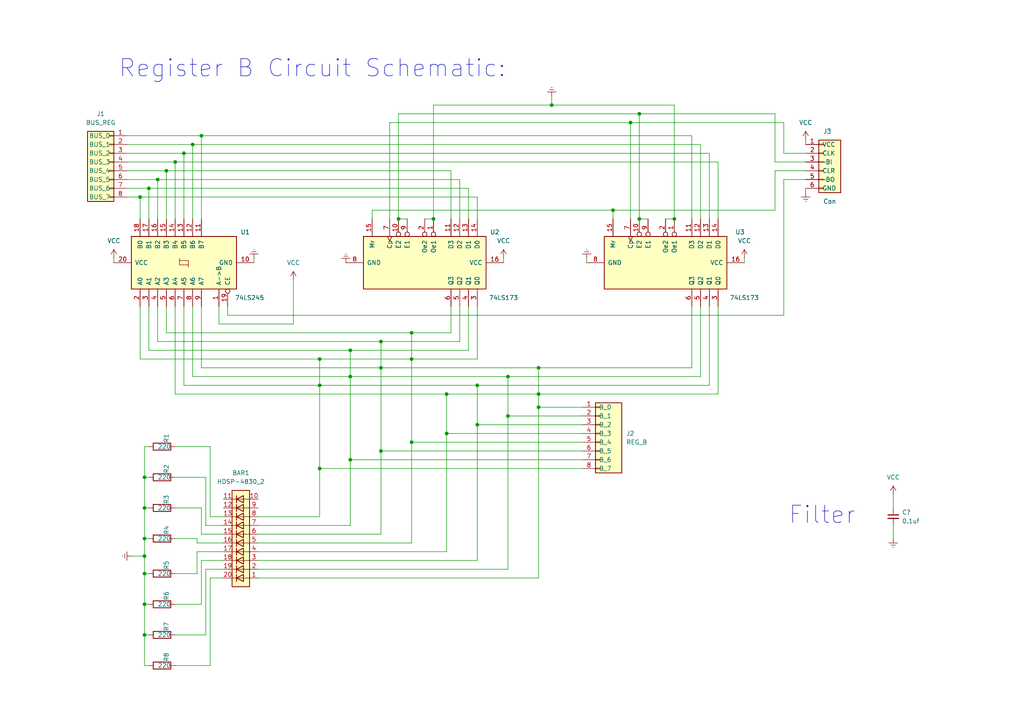
<source format=kicad_sch>
(kicad_sch (version 20211123) (generator eeschema)
  (paper "A4")
  (lib_symbols
    (symbol "74xx:74LS173" (pin_names (offset 1.016))
      (property "Reference" "U" (at -7.62 19.05 0))
      (property "Value" "74LS173" (at -7.62 -19.05 0))
      (symbol "74LS173_1_0"
        (pin input inverted (at -12.7 2.54 0) (length 5.08) (name "Oe1") (number "1"))
        (pin input inverted (at -12.7 -7.62 0) (length 5.08) (name "E2") (number "10"))
        (pin input line (at -12.7 7.62 0) (length 5.08) (name "D3") (number "11"))
        (pin input line (at -12.7 10.16 0) (length 5.08) (name "D2") (number "12"))
        (pin input line (at -12.7 12.7 0) (length 5.08) (name "D1") (number "13"))
        (pin input line (at -12.7 15.24 0) (length 5.08) (name "D0") (number "14"))
        (pin input line (at -12.7 -15.24 0) (length 5.08) (name "Mr") (number "15"))
        (pin power_in line (at 0 22.86 270) (length 5.08) (name "VCC") (number "16"))
        (pin input inverted (at -12.7 0 0) (length 5.08) (name "Oe2") (number "2"))
        (pin tri_state line (at 12.7 15.24 180) (length 5.08) (name "Q0") (number "3"))
        (pin tri_state line (at 12.7 12.7 180) (length 5.08) (name "Q1") (number "4"))
        (pin tri_state line (at 12.7 10.16 180) (length 5.08) (name "Q2") (number "5"))
        (pin tri_state line (at 12.7 7.62 180) (length 5.08) (name "Q3") (number "6"))
        (pin input clock (at -12.7 -10.16 0) (length 5.08) (name "Cp") (number "7"))
        (pin power_in line (at 0 -22.86 90) (length 5.08) (name "GND") (number "8"))
        (pin input inverted (at -12.7 -5.08 0) (length 5.08) (name "E1") (number "9"))
      )
      (symbol "74LS173_1_1"
        (rectangle (start -7.62 17.78) (end 7.62 -17.78) (stroke (width 0.254)) (fill (type background)))
      )
    )
    (symbol "74xx:74LS245" (pin_names (offset 1.016))
      (property "Reference" "U" (at -7.62 16.51 0))
      (property "Value" "74LS245" (at -7.62 -16.51 0))
      (symbol "74LS245_1_0"
        (polyline (pts (xy -0.635 -1.27) (xy -0.635 1.27) (xy 0.635 1.27)))
        (polyline (pts (xy -1.27 -1.27) (xy 0.635 -1.27) (xy 0.635 1.27) (xy 1.27 1.27)))
        (pin input line (at -12.7 -10.16 0) (length 5.08) (name "A->B") (number "1"))
        (pin power_in line (at 0 -20.32 90) (length 5.08) (name "GND") (number "10"))
        (pin tri_state line (at 12.7 -5.08 180) (length 5.08) (name "B7") (number "11"))
        (pin tri_state line (at 12.7 -2.54 180) (length 5.08) (name "B6") (number "12"))
        (pin tri_state line (at 12.7 0 180) (length 5.08) (name "B5") (number "13"))
        (pin tri_state line (at 12.7 2.54 180) (length 5.08) (name "B4") (number "14"))
        (pin tri_state line (at 12.7 5.08 180) (length 5.08) (name "B3") (number "15"))
        (pin tri_state line (at 12.7 7.62 180) (length 5.08) (name "B2") (number "16"))
        (pin tri_state line (at 12.7 10.16 180) (length 5.08) (name "B1") (number "17"))
        (pin tri_state line (at 12.7 12.7 180) (length 5.08) (name "B0") (number "18"))
        (pin input inverted (at -12.7 -12.7 0) (length 5.08) (name "CE") (number "19"))
        (pin tri_state line (at -12.7 12.7 0) (length 5.08) (name "A0") (number "2"))
        (pin power_in line (at 0 20.32 270) (length 5.08) (name "VCC") (number "20"))
        (pin tri_state line (at -12.7 10.16 0) (length 5.08) (name "A1") (number "3"))
        (pin tri_state line (at -12.7 7.62 0) (length 5.08) (name "A2") (number "4"))
        (pin tri_state line (at -12.7 5.08 0) (length 5.08) (name "A3") (number "5"))
        (pin tri_state line (at -12.7 2.54 0) (length 5.08) (name "A4") (number "6"))
        (pin tri_state line (at -12.7 0 0) (length 5.08) (name "A5") (number "7"))
        (pin tri_state line (at -12.7 -2.54 0) (length 5.08) (name "A6") (number "8"))
        (pin tri_state line (at -12.7 -5.08 0) (length 5.08) (name "A7") (number "9"))
      )
      (symbol "74LS245_1_1"
        (rectangle (start -7.62 15.24) (end 7.62 -15.24) (stroke (width 0.254)) (fill (type background)))
      )
    )
    (symbol "Connector_Generic:Conn_01x06" (pin_names (offset 1.016))
      (property "Reference" "J3" (at 0 8.89 0))
      (property "Value" "Con" (at 0 -11.43 0))
      (symbol "Conn_01x06_1_1"
        (rectangle (start -1.27 -7.493) (end 0 -7.747) (stroke (width 0.1524)))
        (rectangle (start -1.27 -4.953) (end 0 -5.207) (stroke (width 0.1524)))
        (rectangle (start -1.27 -2.413) (end 0 -2.667) (stroke (width 0.1524)))
        (rectangle (start -1.27 0.127) (end 0 -0.127) (stroke (width 0.1524)))
        (rectangle (start -1.27 2.667) (end 0 2.413) (stroke (width 0.1524)))
        (rectangle (start -1.27 5.207) (end 0 4.953) (stroke (width 0.1524)))
        (rectangle (start -1.27 6.35) (end 5.08 -8.89) (stroke (width 0.254)) (fill (type background)))
        (pin passive line (at -5.08 5.08 0) (length 3.81) (name "VCC") (number "1"))
        (pin passive line (at -5.08 2.54 0) (length 3.81) (name "CLK") (number "2"))
        (pin passive line (at -5.08 0 0) (length 3.81) (name "~BI") (number "3"))
        (pin passive line (at -5.08 -2.54 0) (length 3.81) (name "CLR") (number "4"))
        (pin passive line (at -5.08 -5.08 0) (length 3.81) (name "~BO") (number "5"))
        (pin passive line (at -5.08 -7.62 0) (length 3.81) (name "GND") (number "6"))
      )
    )
    (symbol "Device:C_Small" (pin_numbers hide) (pin_names (offset 0.254) hide)
      (property "Reference" "C" (at 0.254 1.778 0))
      (property "Value" "C_Small" (at 0.254 -2.032 0))
      (symbol "C_Small_0_1"
        (polyline (pts (xy -1.524 -0.508) (xy 1.524 -0.508)) (stroke (width 0.3302)))
        (polyline (pts (xy -1.524 0.508) (xy 1.524 0.508)) (stroke (width 0.3048)))
      )
      (symbol "C_Small_1_1"
        (pin passive line (at 0 2.54 270) (length 2.032) (name "~") (number "1"))
        (pin passive line (at 0 -2.54 90) (length 2.032) (name "~") (number "2"))
      )
    )
    (symbol "Device:R" (pin_numbers hide) (pin_names (offset 0))
      (property "Reference" "R" (at 2.032 0 90))
      (property "Value" "R" (at 0 0 90))
      (symbol "R_0_1"
        (rectangle (start -1.016 -2.54) (end 1.016 2.54) (stroke (width 0.254)))
      )
      (symbol "R_1_1"
        (pin passive line (at 0 3.81 270) (length 1.27) (name "~") (number "1"))
        (pin passive line (at 0 -3.81 90) (length 1.27) (name "~") (number "2"))
      )
    )
    (symbol "Earth_1" (power) (pin_names (offset 0))
      (symbol "Earth_1_0_1"
        (polyline (pts (xy -0.635 -1.905) (xy 0.635 -1.905)))
        (polyline (pts (xy -0.127 -2.54) (xy 0.127 -2.54)))
        (polyline (pts (xy 0 -1.27) (xy 0 0)))
        (polyline (pts (xy 1.27 -1.27) (xy -1.27 -1.27)))
      )
      (symbol "Earth_1_1_1"
        (pin power_in line (at 0 0 270) (length 0) hide (name "Earth") (number "1"))
      )
    )
    (symbol "LED:HDSP-4830_2" (pin_names (offset 1.016) hide)
      (property "Reference" "BAR" (at 0 15.24 0))
      (property "Value" "HDSP-4830_2" (at 0 -17.78 0))
      (symbol "HDSP-4830_2_0_1"
        (rectangle (start -2.54 12.7) (end 2.54 -15.24) (stroke (width 0.254)) (fill (type background)))
        (polyline (pts (xy -2.54 -12.7) (xy 2.54 -12.7)))
        (polyline (pts (xy -2.54 -10.16) (xy 2.54 -10.16)))
        (polyline (pts (xy -2.54 -7.62) (xy 2.54 -7.62)))
        (polyline (pts (xy -2.54 -5.08) (xy 2.54 -5.08)))
        (polyline (pts (xy -2.54 0) (xy 2.54 0)))
        (polyline (pts (xy -2.54 5.08) (xy 2.54 5.08)))
        (polyline (pts (xy -2.54 7.62) (xy 2.54 7.62)))
        (polyline (pts (xy -2.54 10.16) (xy 2.54 10.16)))
        (polyline (pts (xy 1.27 -11.684) (xy 1.27 -13.716)) (stroke (width 0.254)))
        (polyline (pts (xy 1.27 -9.144) (xy 1.27 -11.176)) (stroke (width 0.254)))
        (polyline (pts (xy 1.27 -6.604) (xy 1.27 -8.636)) (stroke (width 0.254)))
        (polyline (pts (xy 1.27 -4.064) (xy 1.27 -6.096)) (stroke (width 0.254)))
        (polyline (pts (xy 1.27 -1.524) (xy 1.27 -3.556)) (stroke (width 0.254)))
        (polyline (pts (xy 1.27 1.016) (xy 1.27 -1.016)) (stroke (width 0.254)))
        (polyline (pts (xy 1.27 3.556) (xy 1.27 1.524)) (stroke (width 0.254)))
        (polyline (pts (xy 1.27 6.096) (xy 1.27 4.064)) (stroke (width 0.254)))
        (polyline (pts (xy 1.27 8.636) (xy 1.27 6.604)) (stroke (width 0.254)))
        (polyline (pts (xy 1.27 11.176) (xy 1.27 9.144)) (stroke (width 0.254)))
        (polyline (pts (xy 2.54 -2.54) (xy -2.54 -2.54)))
        (polyline (pts (xy 2.54 2.54) (xy -2.54 2.54)))
        (polyline (pts (xy -0.762 -11.684) (xy -0.762 -13.716) (xy 1.27 -12.7) (xy -0.762 -11.684)) (stroke (width 0.254)))
        (polyline (pts (xy -0.762 -9.144) (xy -0.762 -11.176) (xy 1.27 -10.16) (xy -0.762 -9.144)) (stroke (width 0.254)))
        (polyline (pts (xy -0.762 -6.604) (xy -0.762 -8.636) (xy 1.27 -7.62) (xy -0.762 -6.604)) (stroke (width 0.254)))
        (polyline (pts (xy -0.762 -4.064) (xy -0.762 -6.096) (xy 1.27 -5.08) (xy -0.762 -4.064)) (stroke (width 0.254)))
        (polyline (pts (xy -0.762 -1.524) (xy -0.762 -3.556) (xy 1.27 -2.54) (xy -0.762 -1.524)) (stroke (width 0.254)))
        (polyline (pts (xy -0.762 1.016) (xy -0.762 -1.016) (xy 1.27 0) (xy -0.762 1.016)) (stroke (width 0.254)))
        (polyline (pts (xy -0.762 3.556) (xy -0.762 1.524) (xy 1.27 2.54) (xy -0.762 3.556)) (stroke (width 0.254)))
        (polyline (pts (xy -0.762 6.096) (xy -0.762 4.064) (xy 1.27 5.08) (xy -0.762 6.096)) (stroke (width 0.254)))
        (polyline (pts (xy -0.762 8.636) (xy -0.762 6.604) (xy 1.27 7.62) (xy -0.762 8.636)) (stroke (width 0.254)))
        (polyline (pts (xy -0.762 11.176) (xy -0.762 9.144) (xy 1.27 10.16) (xy -0.762 11.176)) (stroke (width 0.254)))
      )
      (symbol "HDSP-4830_2_1_1"
        (pin passive line (at -5.08 10.16 0) (length 2.54) (name "A") (number "1"))
        (pin passive line (at -5.08 -12.7 0) (length 2.54) (name "A") (number "10"))
        (pin passive line (at 5.08 -12.7 180) (length 2.54) (name "K") (number "11"))
        (pin passive line (at 5.08 -10.16 180) (length 2.54) (name "K") (number "12"))
        (pin passive line (at 5.08 -7.62 180) (length 2.54) (name "K") (number "13"))
        (pin passive line (at 5.08 -5.08 180) (length 2.54) (name "K") (number "14"))
        (pin passive line (at 5.08 -2.54 180) (length 2.54) (name "K") (number "15"))
        (pin passive line (at 5.08 0 180) (length 2.54) (name "K") (number "16"))
        (pin passive line (at 5.08 2.54 180) (length 2.54) (name "K") (number "17"))
        (pin passive line (at 5.08 5.08 180) (length 2.54) (name "K") (number "18"))
        (pin passive line (at 5.08 7.62 180) (length 2.54) (name "K") (number "19"))
        (pin passive line (at -5.08 7.62 0) (length 2.54) (name "A") (number "2"))
        (pin passive line (at 5.08 10.16 180) (length 2.54) (name "K") (number "20"))
        (pin passive line (at -5.08 5.08 0) (length 2.54) (name "A") (number "3"))
        (pin passive line (at -5.08 2.54 0) (length 2.54) (name "A") (number "4"))
        (pin passive line (at -5.08 0 0) (length 2.54) (name "A") (number "5"))
        (pin passive line (at -5.08 -2.54 0) (length 2.54) (name "A") (number "6"))
        (pin passive line (at -5.08 -5.08 0) (length 2.54) (name "A") (number "7"))
        (pin passive line (at -5.08 -7.62 0) (length 2.54) (name "A") (number "8"))
        (pin passive line (at -5.08 -10.16 0) (length 2.54) (name "A") (number "9"))
      )
    )
    (symbol "Register_A_Library:BUS_REG" (pin_names (offset 1.016))
      (property "Reference" "J?" (at 0 16.51 0))
      (property "Value" "BUS_REG" (at 0 13.97 0))
      (symbol "BUS_REG_1_1"
        (rectangle (start -1.27 -10.033) (end 0 -10.287) (stroke (width 0.1524)))
        (rectangle (start -1.27 -7.493) (end 0 -7.747) (stroke (width 0.1524)))
        (rectangle (start -1.27 -4.953) (end 0 -5.207) (stroke (width 0.1524)))
        (rectangle (start -1.27 -2.413) (end 0 -2.667) (stroke (width 0.1524)))
        (rectangle (start -1.27 0.127) (end 0 -0.127) (stroke (width 0.1524)))
        (rectangle (start -1.27 2.667) (end 0 2.413) (stroke (width 0.1524)))
        (rectangle (start -1.27 5.207) (end 0 4.953) (stroke (width 0.1524)))
        (rectangle (start -1.27 7.747) (end 0 7.493) (stroke (width 0.1524)))
        (rectangle (start -1.27 8.89) (end 6.35 -11.43) (stroke (width 0.254)) (fill (type background)))
        (pin passive line (at -5.08 7.62 0) (length 3.81) (name "BUS_0") (number "1"))
        (pin passive line (at -5.08 5.08 0) (length 3.81) (name "BUS_1") (number "2"))
        (pin passive line (at -5.08 2.54 0) (length 3.81) (name "BUS_2") (number "3"))
        (pin passive line (at -5.08 0 0) (length 3.81) (name "BUS_3") (number "4"))
        (pin passive line (at -5.08 -2.54 0) (length 3.81) (name "BUS_4") (number "5"))
        (pin passive line (at -5.08 -5.08 0) (length 3.81) (name "BUS_5") (number "6"))
        (pin passive line (at -5.08 -7.62 0) (length 3.81) (name "BUS_6") (number "7"))
        (pin passive line (at -5.08 -10.16 0) (length 3.81) (name "BUS_7") (number "8"))
      )
    )
    (symbol "Register_A_Library:REG_A" (pin_names (offset 1.016))
      (property "Reference" "J2" (at 7.62 0.0001 0))
      (property "Value" "REG_B" (at 7.62 -2.5399 0))
      (symbol "REG_A_1_1"
        (rectangle (start -1.27 -10.033) (end 0 -10.287) (stroke (width 0.1524)))
        (rectangle (start -1.27 -7.493) (end 0 -7.747) (stroke (width 0.1524)))
        (rectangle (start -1.27 -4.953) (end 0 -5.207) (stroke (width 0.1524)))
        (rectangle (start -1.27 -2.413) (end 0 -2.667) (stroke (width 0.1524)))
        (rectangle (start -1.27 0.127) (end 0 -0.127) (stroke (width 0.1524)))
        (rectangle (start -1.27 2.667) (end 0 2.413) (stroke (width 0.1524)))
        (rectangle (start -1.27 5.207) (end 0 4.953) (stroke (width 0.1524)))
        (rectangle (start -1.27 7.747) (end 0 7.493) (stroke (width 0.1524)))
        (rectangle (start -1.27 8.89) (end 6.35 -11.43) (stroke (width 0.254)) (fill (type background)))
        (pin passive line (at -5.08 7.62 0) (length 3.81) (name "B_0") (number "1"))
        (pin passive line (at -5.08 5.08 0) (length 3.81) (name "B_1") (number "2"))
        (pin passive line (at -5.08 2.54 0) (length 3.81) (name "B_2") (number "3"))
        (pin passive line (at -5.08 0 0) (length 3.81) (name "B_3") (number "4"))
        (pin passive line (at -5.08 -2.54 0) (length 3.81) (name "B_4") (number "5"))
        (pin passive line (at -5.08 -5.08 0) (length 3.81) (name "B_5") (number "6"))
        (pin passive line (at -5.08 -7.62 0) (length 3.81) (name "B_6") (number "7"))
        (pin passive line (at -5.08 -10.16 0) (length 3.81) (name "B_7") (number "8"))
      )
    )
    (symbol "power:Earth" (power) (pin_names (offset 0))
      (symbol "Earth_0_1"
        (polyline (pts (xy -0.635 -1.905) (xy 0.635 -1.905)))
        (polyline (pts (xy -0.127 -2.54) (xy 0.127 -2.54)))
        (polyline (pts (xy 0 -1.27) (xy 0 0)))
        (polyline (pts (xy 1.27 -1.27) (xy -1.27 -1.27)))
      )
      (symbol "Earth_1_1"
        (pin power_in line (at 0 0 270) (length 0) hide (name "Earth") (number "1"))
      )
    )
    (symbol "power:VCC" (power) (pin_names (offset 0))
      (property "Value" "VCC" (at 0 3.81 0))
      (symbol "VCC_0_1"
        (polyline (pts (xy -0.762 1.27) (xy 0 2.54)))
        (polyline (pts (xy 0 0) (xy 0 2.54)))
        (polyline (pts (xy 0 2.54) (xy 0.762 1.27)))
      )
      (symbol "VCC_1_1"
        (pin power_in line (at 0 0 90) (length 0) hide (name "VCC") (number "1"))
      )
    )
  )
  (junction (at 138.43 111.76))
  (junction (at 156.21 118.11))
  (junction (at 110.49 130.81))
  (junction (at 41.91 156.21))
  (junction (at 41.91 184.15))
  (junction (at 92.71 104.14))
  (junction (at 92.71 111.76))
  (junction (at 119.38 128.27))
  (junction (at 41.91 175.26))
  (junction (at 101.6 133.35))
  (junction (at 156.21 114.3))
  (junction (at 156.21 106.68))
  (junction (at 41.91 166.37))
  (junction (at 48.26 49.53))
  (junction (at 101.6 109.22))
  (junction (at 55.88 41.91))
  (junction (at 40.64 57.15))
  (junction (at 92.71 135.89))
  (junction (at 182.88 35.56))
  (junction (at 41.91 161.29))
  (junction (at 115.57 63.5))
  (junction (at 129.54 114.3))
  (junction (at 195.58 63.5))
  (junction (at 41.91 138.43))
  (junction (at 185.42 63.5))
  (junction (at 119.38 104.14))
  (junction (at 58.42 39.37))
  (junction (at 110.49 106.68))
  (junction (at 101.6 101.6))
  (junction (at 177.8 60.96))
  (junction (at 160.02 30.48))
  (junction (at 53.34 44.45))
  (junction (at 185.42 33.02))
  (junction (at 119.38 96.52))
  (junction (at 147.32 120.65))
  (junction (at 110.49 99.06))
  (junction (at 147.32 109.22))
  (junction (at 129.54 125.73))
  (junction (at 43.18 54.61))
  (junction (at 50.8 46.99))
  (junction (at 45.72 52.07))
  (junction (at 138.43 123.19))
  (junction (at 125.73 63.5))
  (junction (at 41.91 147.32))
  (wire (pts (xy 41.91 184.15) (xy 41.91 175.26)))
  (wire (pts (xy 58.42 106.68) (xy 58.42 88.9)))
  (wire (pts (xy 58.42 39.37) (xy 200.66 39.37)))
  (wire (pts (xy 92.71 111.76) (xy 92.71 135.89)))
  (wire (pts (xy 41.91 193.04) (xy 41.91 184.15)))
  (wire (pts (xy 63.5 88.9) (xy 63.5 93.98)))
  (wire (pts (xy 36.83 39.37) (xy 58.42 39.37)))
  (wire (pts (xy 60.96 167.64) (xy 64.77 167.64)))
  (wire (pts (xy 110.49 99.06) (xy 45.72 99.06)))
  (wire (pts (xy 50.8 114.3) (xy 129.54 114.3)))
  (wire (pts (xy 45.72 63.5) (xy 45.72 52.07)))
  (wire (pts (xy 41.91 166.37) (xy 43.18 166.37)))
  (wire (pts (xy 53.34 44.45) (xy 205.74 44.45)))
  (wire (pts (xy 58.42 154.94) (xy 58.42 147.32)))
  (wire (pts (xy 119.38 128.27) (xy 168.91 128.27)))
  (wire (pts (xy 224.79 60.96) (xy 224.79 49.53)))
  (wire (pts (xy 123.19 63.5) (xy 125.73 63.5)))
  (wire (pts (xy 41.91 156.21) (xy 43.18 156.21)))
  (wire (pts (xy 110.49 130.81) (xy 168.91 130.81)))
  (wire (pts (xy 119.38 157.48) (xy 74.93 157.48)))
  (wire (pts (xy 160.02 27.94) (xy 160.02 30.48)))
  (wire (pts (xy 130.81 49.53) (xy 130.81 63.5)))
  (wire (pts (xy 138.43 104.14) (xy 119.38 104.14)))
  (wire (pts (xy 92.71 104.14) (xy 40.64 104.14)))
  (wire (pts (xy 233.68 55.88) (xy 233.68 54.61)))
  (wire (pts (xy 259.08 152.4) (xy 259.08 156.21)))
  (wire (pts (xy 33.02 74.93) (xy 33.02 76.2)))
  (wire (pts (xy 53.34 44.45) (xy 53.34 63.5)))
  (wire (pts (xy 224.79 33.02) (xy 224.79 46.99)))
  (wire (pts (xy 41.91 184.15) (xy 43.18 184.15)))
  (wire (pts (xy 66.04 91.44) (xy 227.33 91.44)))
  (wire (pts (xy 50.8 88.9) (xy 50.8 114.3)))
  (wire (pts (xy 58.42 63.5) (xy 58.42 39.37)))
  (wire (pts (xy 138.43 111.76) (xy 138.43 123.19)))
  (wire (pts (xy 85.09 93.98) (xy 85.09 81.28)))
  (wire (pts (xy 129.54 114.3) (xy 129.54 125.73)))
  (wire (pts (xy 135.89 54.61) (xy 135.89 63.5)))
  (wire (pts (xy 215.9 74.93) (xy 215.9 76.2)))
  (wire (pts (xy 156.21 167.64) (xy 74.93 167.64)))
  (wire (pts (xy 48.26 49.53) (xy 130.81 49.53)))
  (wire (pts (xy 101.6 101.6) (xy 43.18 101.6)))
  (wire (pts (xy 40.64 88.9) (xy 40.64 104.14)))
  (wire (pts (xy 110.49 154.94) (xy 74.93 154.94)))
  (wire (pts (xy 48.26 96.52) (xy 48.26 88.9)))
  (wire (pts (xy 50.8 193.04) (xy 60.96 193.04)))
  (wire (pts (xy 138.43 123.19) (xy 168.91 123.19)))
  (wire (pts (xy 129.54 160.02) (xy 74.93 160.02)))
  (wire (pts (xy 133.35 88.9) (xy 133.35 99.06)))
  (wire (pts (xy 55.88 88.9) (xy 55.88 109.22)))
  (wire (pts (xy 110.49 106.68) (xy 110.49 99.06)))
  (wire (pts (xy 92.71 135.89) (xy 92.71 149.86)))
  (wire (pts (xy 41.91 156.21) (xy 41.91 147.32)))
  (wire (pts (xy 101.6 133.35) (xy 101.6 152.4)))
  (wire (pts (xy 208.28 46.99) (xy 208.28 63.5)))
  (wire (pts (xy 64.77 149.86) (xy 60.96 149.86)))
  (wire (pts (xy 36.83 41.91) (xy 55.88 41.91)))
  (wire (pts (xy 57.15 157.48) (xy 57.15 156.21)))
  (wire (pts (xy 146.05 74.93) (xy 146.05 76.2)))
  (wire (pts (xy 57.15 160.02) (xy 57.15 166.37)))
  (wire (pts (xy 224.79 46.99) (xy 233.68 46.99)))
  (wire (pts (xy 200.66 63.5) (xy 200.66 39.37)))
  (wire (pts (xy 48.26 96.52) (xy 119.38 96.52)))
  (wire (pts (xy 156.21 118.11) (xy 168.91 118.11)))
  (wire (pts (xy 119.38 104.14) (xy 92.71 104.14)))
  (wire (pts (xy 160.02 30.48) (xy 195.58 30.48)))
  (wire (pts (xy 40.64 57.15) (xy 40.64 63.5)))
  (wire (pts (xy 156.21 114.3) (xy 208.28 114.3)))
  (wire (pts (xy 101.6 109.22) (xy 55.88 109.22)))
  (wire (pts (xy 64.77 152.4) (xy 59.69 152.4)))
  (wire (pts (xy 138.43 88.9) (xy 138.43 104.14)))
  (wire (pts (xy 119.38 128.27) (xy 119.38 104.14)))
  (wire (pts (xy 50.8 46.99) (xy 50.8 63.5)))
  (wire (pts (xy 205.74 44.45) (xy 205.74 63.5)))
  (wire (pts (xy 227.33 52.07) (xy 233.68 52.07)))
  (wire (pts (xy 208.28 114.3) (xy 208.28 88.9)))
  (wire (pts (xy 41.91 138.43) (xy 41.91 129.54)))
  (wire (pts (xy 138.43 123.19) (xy 138.43 162.56)))
  (wire (pts (xy 119.38 96.52) (xy 130.81 96.52)))
  (wire (pts (xy 41.91 147.32) (xy 41.91 138.43)))
  (wire (pts (xy 135.89 88.9) (xy 135.89 101.6)))
  (wire (pts (xy 59.69 152.4) (xy 59.69 138.43)))
  (wire (pts (xy 125.73 30.48) (xy 160.02 30.48)))
  (wire (pts (xy 193.04 63.5) (xy 195.58 63.5)))
  (wire (pts (xy 185.42 63.5) (xy 185.42 33.02)))
  (wire (pts (xy 64.77 154.94) (xy 58.42 154.94)))
  (wire (pts (xy 110.49 106.68) (xy 58.42 106.68)))
  (wire (pts (xy 177.8 60.96) (xy 177.8 63.5)))
  (wire (pts (xy 92.71 111.76) (xy 53.34 111.76)))
  (wire (pts (xy 135.89 101.6) (xy 101.6 101.6)))
  (wire (pts (xy 64.77 157.48) (xy 57.15 157.48)))
  (wire (pts (xy 185.42 33.02) (xy 224.79 33.02)))
  (wire (pts (xy 203.2 41.91) (xy 203.2 63.5)))
  (wire (pts (xy 119.38 104.14) (xy 119.38 96.52)))
  (wire (pts (xy 36.83 57.15) (xy 40.64 57.15)))
  (wire (pts (xy 118.11 63.5) (xy 115.57 63.5)))
  (wire (pts (xy 58.42 162.56) (xy 64.77 162.56)))
  (wire (pts (xy 110.49 130.81) (xy 110.49 154.94)))
  (wire (pts (xy 41.91 147.32) (xy 43.18 147.32)))
  (wire (pts (xy 50.8 46.99) (xy 208.28 46.99)))
  (wire (pts (xy 203.2 88.9) (xy 203.2 109.22)))
  (wire (pts (xy 59.69 138.43) (xy 50.8 138.43)))
  (wire (pts (xy 36.83 54.61) (xy 43.18 54.61)))
  (wire (pts (xy 57.15 156.21) (xy 50.8 156.21)))
  (wire (pts (xy 60.96 193.04) (xy 60.96 167.64)))
  (wire (pts (xy 147.32 109.22) (xy 101.6 109.22)))
  (wire (pts (xy 130.81 88.9) (xy 130.81 96.52)))
  (wire (pts (xy 182.88 35.56) (xy 182.88 63.5)))
  (wire (pts (xy 41.91 175.26) (xy 43.18 175.26)))
  (wire (pts (xy 41.91 161.29) (xy 41.91 156.21)))
  (wire (pts (xy 138.43 111.76) (xy 92.71 111.76)))
  (wire (pts (xy 133.35 99.06) (xy 110.49 99.06)))
  (wire (pts (xy 66.04 88.9) (xy 66.04 91.44)))
  (wire (pts (xy 41.91 166.37) (xy 41.91 161.29)))
  (wire (pts (xy 133.35 52.07) (xy 133.35 63.5)))
  (wire (pts (xy 129.54 114.3) (xy 156.21 114.3)))
  (wire (pts (xy 156.21 114.3) (xy 156.21 106.68)))
  (wire (pts (xy 48.26 49.53) (xy 48.26 63.5)))
  (wire (pts (xy 170.18 74.93) (xy 170.18 76.2)))
  (wire (pts (xy 203.2 109.22) (xy 147.32 109.22)))
  (wire (pts (xy 50.8 184.15) (xy 59.69 184.15)))
  (wire (pts (xy 45.72 99.06) (xy 45.72 88.9)))
  (wire (pts (xy 185.42 63.5) (xy 187.96 63.5)))
  (wire (pts (xy 43.18 54.61) (xy 135.89 54.61)))
  (wire (pts (xy 138.43 162.56) (xy 74.93 162.56)))
  (wire (pts (xy 119.38 128.27) (xy 119.38 157.48)))
  (wire (pts (xy 115.57 33.02) (xy 185.42 33.02)))
  (wire (pts (xy 205.74 88.9) (xy 205.74 111.76)))
  (wire (pts (xy 147.32 120.65) (xy 147.32 165.1)))
  (wire (pts (xy 40.64 57.15) (xy 138.43 57.15)))
  (wire (pts (xy 36.83 52.07) (xy 45.72 52.07)))
  (wire (pts (xy 182.88 35.56) (xy 227.33 35.56)))
  (wire (pts (xy 107.95 60.96) (xy 177.8 60.96)))
  (wire (pts (xy 227.33 35.56) (xy 227.33 44.45)))
  (wire (pts (xy 138.43 57.15) (xy 138.43 63.5)))
  (wire (pts (xy 57.15 166.37) (xy 50.8 166.37)))
  (wire (pts (xy 36.83 44.45) (xy 53.34 44.45)))
  (wire (pts (xy 58.42 175.26) (xy 58.42 162.56)))
  (wire (pts (xy 41.91 161.29) (xy 38.1 161.29)))
  (wire (pts (xy 224.79 49.53) (xy 233.68 49.53)))
  (wire (pts (xy 227.33 52.07) (xy 227.33 91.44)))
  (wire (pts (xy 92.71 111.76) (xy 92.71 104.14)))
  (wire (pts (xy 147.32 165.1) (xy 74.93 165.1)))
  (wire (pts (xy 200.66 106.68) (xy 156.21 106.68)))
  (wire (pts (xy 227.33 44.45) (xy 233.68 44.45)))
  (wire (pts (xy 129.54 125.73) (xy 168.91 125.73)))
  (wire (pts (xy 147.32 109.22) (xy 147.32 120.65)))
  (wire (pts (xy 101.6 109.22) (xy 101.6 101.6)))
  (wire (pts (xy 60.96 149.86) (xy 60.96 129.54)))
  (wire (pts (xy 73.66 74.93) (xy 73.66 76.2)))
  (wire (pts (xy 41.91 175.26) (xy 41.91 166.37)))
  (wire (pts (xy 113.03 63.5) (xy 113.03 35.56)))
  (wire (pts (xy 55.88 41.91) (xy 203.2 41.91)))
  (wire (pts (xy 101.6 133.35) (xy 168.91 133.35)))
  (wire (pts (xy 205.74 111.76) (xy 138.43 111.76)))
  (wire (pts (xy 259.08 143.51) (xy 259.08 147.32)))
  (wire (pts (xy 60.96 129.54) (xy 50.8 129.54)))
  (wire (pts (xy 59.69 184.15) (xy 59.69 165.1)))
  (wire (pts (xy 115.57 33.02) (xy 115.57 63.5)))
  (wire (pts (xy 147.32 120.65) (xy 168.91 120.65)))
  (wire (pts (xy 156.21 106.68) (xy 110.49 106.68)))
  (wire (pts (xy 156.21 118.11) (xy 156.21 167.64)))
  (wire (pts (xy 50.8 175.26) (xy 58.42 175.26)))
  (wire (pts (xy 200.66 88.9) (xy 200.66 106.68)))
  (wire (pts (xy 43.18 193.04) (xy 41.91 193.04)))
  (wire (pts (xy 59.69 165.1) (xy 64.77 165.1)))
  (wire (pts (xy 43.18 54.61) (xy 43.18 63.5)))
  (wire (pts (xy 58.42 147.32) (xy 50.8 147.32)))
  (wire (pts (xy 125.73 63.5) (xy 125.73 30.48)))
  (wire (pts (xy 107.95 63.5) (xy 107.95 60.96)))
  (wire (pts (xy 36.83 46.99) (xy 50.8 46.99)))
  (wire (pts (xy 177.8 60.96) (xy 224.79 60.96)))
  (wire (pts (xy 113.03 35.56) (xy 182.88 35.56)))
  (wire (pts (xy 233.68 40.64) (xy 233.68 41.91)))
  (wire (pts (xy 92.71 149.86) (xy 74.93 149.86)))
  (wire (pts (xy 43.18 101.6) (xy 43.18 88.9)))
  (wire (pts (xy 156.21 114.3) (xy 156.21 118.11)))
  (wire (pts (xy 129.54 125.73) (xy 129.54 160.02)))
  (wire (pts (xy 55.88 41.91) (xy 55.88 63.5)))
  (wire (pts (xy 110.49 106.68) (xy 110.49 130.81)))
  (wire (pts (xy 41.91 129.54) (xy 43.18 129.54)))
  (wire (pts (xy 195.58 30.48) (xy 195.58 63.5)))
  (wire (pts (xy 64.77 160.02) (xy 57.15 160.02)))
  (wire (pts (xy 53.34 88.9) (xy 53.34 111.76)))
  (wire (pts (xy 101.6 152.4) (xy 74.93 152.4)))
  (wire (pts (xy 36.83 49.53) (xy 48.26 49.53)))
  (wire (pts (xy 92.71 135.89) (xy 168.91 135.89)))
  (wire (pts (xy 41.91 138.43) (xy 43.18 138.43)))
  (wire (pts (xy 45.72 52.07) (xy 133.35 52.07)))
  (wire (pts (xy 101.6 109.22) (xy 101.6 133.35)))
  (wire (pts (xy 63.5 93.98) (xy 85.09 93.98)))
  (text "Register B Circuit Schematic:" (at 34.29 22.86 0) (effects (font (size 5 5)) (justify left bottom)))
  (text "Filter" (at 228.6 152.4 0) (effects (font (size 5 5)) (justify left bottom)))
  (symbol (lib_id "power:VCC") (at 259.08 143.51 0) (unit 1)
    (property "Reference" "#PWR?" (effects hide))
    (property "Value" "VCC" (at 259.08 138.43 0))
  )
  (symbol (lib_id "power:Earth") (at 38.1 161.29 270) (unit 1)
    (property "Reference" "#PWR02" (effects hide))
    (property "Value" "Earth" (effects hide))
  )
  (symbol (lib_id "Register_A_Library:BUS_REG") (at 31.75 46.99 0) (mirror y) (unit 1)
    (property "Reference" "J1" (at 29.21 33.02 0))
    (property "Value" "BUS_REG" (at 29.21 35.56 0))
    (property "Footprint" "Connector_PinHeader_1.00mm:PinHeader_1x08_P1.00mm_Vertical" (effects hide))
  )
  (symbol (lib_id "Device:R") (at 46.99 184.15 90) (unit 1)
    (property "Reference" "R7" (at 48.26 180.34 0) (effects (justify right)))
    (property "Value" "220" (at 45.72 184.15 90) (effects (justify right)))
    (property "Footprint" "Resistor_THT:R_Axial_DIN0204_L3.6mm_D1.6mm_P5.08mm_Horizontal" (effects hide))
  )
  (symbol (lib_id "LED:HDSP-4830_2") (at 69.85 157.48 180) (unit 1)
    (property "Reference" "BAR1" (at 69.85 137.16 0))
    (property "Value" "HDSP-4830_2" (at 69.85 139.7 0))
    (property "Footprint" "Display:HDSP-4830" (effects hide))
    (property "Datasheet" "https://docs.broadcom.com/docs/AV02-1798EN" (effects hide))
  )
  (symbol (lib_id "power:VCC") (at 146.05 74.93 0) (unit 1)
    (property "Reference" "#PWR06" (effects hide))
    (property "Value" "VCC" (at 146.05 69.85 0))
  )
  (symbol (lib_id "power:Earth") (at 100.33 76.2 180) (unit 1)
    (property "Reference" "#PWR05" (effects hide))
    (property "Value" "Earth" (effects hide))
  )
  (symbol (lib_id "power:Earth") (at 160.02 27.94 180) (unit 1)
    (property "Reference" "#PWR07" (effects hide))
    (property "Value" "Earth" (effects hide))
  )
  (symbol (lib_id "Device:R") (at 46.99 156.21 90) (unit 1)
    (property "Reference" "R4" (at 48.26 152.4 0) (effects (justify right)))
    (property "Value" "220" (at 45.72 156.21 90) (effects (justify right)))
    (property "Footprint" "Resistor_THT:R_Axial_DIN0204_L3.6mm_D1.6mm_P5.08mm_Horizontal" (effects hide))
  )
  (symbol (lib_id "Device:R") (at 46.99 193.04 90) (unit 1)
    (property "Reference" "R8" (at 48.26 189.23 0) (effects (justify right)))
    (property "Value" "220" (at 45.72 193.04 90) (effects (justify right)))
    (property "Footprint" "Resistor_THT:R_Axial_DIN0204_L3.6mm_D1.6mm_P5.08mm_Horizontal" (effects hide))
  )
  (symbol (lib_id "Device:C_Small") (at 259.08 149.86 0) (unit 1)
    (property "Reference" "C?" (at 261.62 148.5962 0) (effects (justify left)))
    (property "Value" "0.1uf" (at 261.62 151.1362 0) (effects (justify left)))
  )
  (symbol (lib_id "power:Earth") (at 73.66 74.93 180) (unit 1)
    (property "Reference" "#PWR03" (effects hide))
    (property "Value" "Earth" (effects hide))
  )
  (symbol (lib_id "power:Earth") (at 170.18 74.93 180) (unit 1)
    (property "Reference" "#PWR08" (effects hide))
    (property "Value" "Earth" (effects hide))
  )
  (symbol (lib_id "Connector_Generic:Conn_01x06") (at 238.76 46.99 0) (unit 1)
    (property "Reference" "J3" (at 238.76 38.1 0) (effects (justify left)))
    (property "Value" "Con" (at 238.76 58.42 0) (effects (justify left)))
    (property "Footprint" "Connector_PinHeader_1.00mm:PinHeader_1x06_P1.00mm_Vertical" (effects hide))
  )
  (symbol (lib_id "Device:R") (at 46.99 129.54 90) (unit 1)
    (property "Reference" "R1" (at 48.26 125.73 0) (effects (justify right)))
    (property "Value" "220" (at 45.72 129.54 90) (effects (justify right)))
    (property "Footprint" "Resistor_THT:R_Axial_DIN0204_L3.6mm_D1.6mm_P5.08mm_Horizontal" (effects hide))
  )
  (symbol (lib_name "Earth_1") (lib_id "power:Earth") (at 259.08 156.21 0) (unit 1)
    (property "Reference" "#PWR?" (effects hide))
    (property "Value" "Earth" (effects hide))
  )
  (symbol (lib_id "power:VCC") (at 215.9 74.93 0) (unit 1)
    (property "Reference" "#PWR09" (effects hide))
    (property "Value" "VCC" (at 215.9 69.85 0))
  )
  (symbol (lib_id "74xx:74LS245") (at 53.34 76.2 90) (unit 1)
    (property "Reference" "U1" (at 71.12 67.31 90))
    (property "Value" "74LS245" (at 72.39 86.36 90))
    (property "Footprint" "Package_DIP:DIP-20_W7.62mm" (effects hide))
    (property "Datasheet" "http://www.ti.com/lit/gpn/sn74LS245" (effects hide))
  )
  (symbol (lib_id "74xx:74LS173") (at 123.19 76.2 270) (unit 1)
    (property "Reference" "U2" (at 143.51 67.31 90))
    (property "Value" "74LS173" (at 146.05 86.36 90))
    (property "Footprint" "Package_DIP:DIP-16_W7.62mm" (effects hide))
    (property "Datasheet" "http://www.ti.com/lit/gpn/sn74LS173" (effects hide))
  )
  (symbol (lib_id "Register_A_Library:REG_A") (at 173.99 125.73 0) (unit 1)
    (property "Reference" "J2" (at 181.61 125.7299 0) (effects (justify left)))
    (property "Value" "REG_B" (at 181.61 128.2699 0) (effects (justify left)))
    (property "Footprint" "Connector_PinHeader_1.00mm:PinHeader_1x08_P1.00mm_Vertical" (effects hide))
  )
  (symbol (lib_id "Device:R") (at 46.99 166.37 90) (unit 1)
    (property "Reference" "R5" (at 48.26 162.56 0) (effects (justify right)))
    (property "Value" "220" (at 45.72 166.37 90) (effects (justify right)))
    (property "Footprint" "Resistor_THT:R_Axial_DIN0204_L3.6mm_D1.6mm_P5.08mm_Horizontal" (effects hide))
  )
  (symbol (lib_id "Device:R") (at 46.99 147.32 90) (unit 1)
    (property "Reference" "R3" (at 48.26 143.51 0) (effects (justify right)))
    (property "Value" "220" (at 45.72 147.32 90) (effects (justify right)))
    (property "Footprint" "Resistor_THT:R_Axial_DIN0204_L3.6mm_D1.6mm_P5.08mm_Horizontal" (effects hide))
  )
  (symbol (lib_id "Device:R") (at 46.99 175.26 90) (unit 1)
    (property "Reference" "R6" (at 48.26 171.45 0) (effects (justify right)))
    (property "Value" "220" (at 45.72 175.26 90) (effects (justify right)))
    (property "Footprint" "Resistor_THT:R_Axial_DIN0204_L3.6mm_D1.6mm_P5.08mm_Horizontal" (effects hide))
  )
  (symbol (lib_id "74xx:74LS173") (at 193.04 76.2 270) (unit 1)
    (property "Reference" "U3" (at 214.63 67.31 90))
    (property "Value" "74LS173" (at 215.9 86.36 90))
    (property "Footprint" "Package_DIP:DIP-16_W7.62mm" (effects hide))
    (property "Datasheet" "http://www.ti.com/lit/gpn/sn74LS173" (effects hide))
  )
  (symbol (lib_id "Device:R") (at 46.99 138.43 90) (unit 1)
    (property "Reference" "R2" (at 48.26 134.62 0) (effects (justify right)))
    (property "Value" "220" (at 45.72 138.43 90) (effects (justify right)))
    (property "Footprint" "Resistor_THT:R_Axial_DIN0204_L3.6mm_D1.6mm_P5.08mm_Horizontal" (effects hide))
  )
  (symbol (lib_id "power:VCC") (at 33.02 74.93 0) (unit 1)
    (property "Reference" "#PWR01" (effects hide))
    (property "Value" "VCC" (at 33.02 69.85 0))
  )
  (symbol (lib_id "power:VCC") (at 233.68 40.64 0) (unit 1)
    (property "Reference" "#PWR010" (effects hide))
    (property "Value" "VCC" (at 233.68 35.56 0))
  )
  (symbol (lib_id "power:Earth") (at 233.68 55.88 0) (unit 1)
    (property "Reference" "#PWR011" (effects hide))
    (property "Value" "Earth" (effects hide))
  )
  (symbol (lib_id "power:VCC") (at 85.09 81.28 0) (unit 1)
    (property "Reference" "#PWR04" (effects hide))
    (property "Value" "VCC" (at 85.09 76.2 0))
  )
)
</source>
